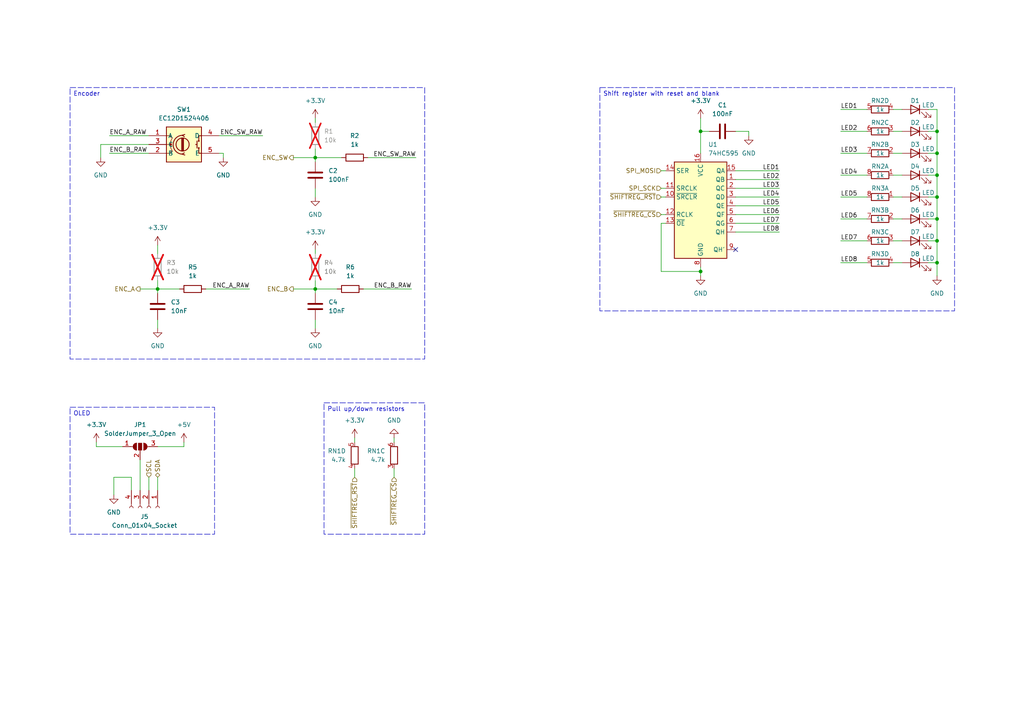
<source format=kicad_sch>
(kicad_sch (version 20231120) (generator "eeschema") (generator_version "8.0")
  (paper "A4")
  (title_block (title "HMI") (date "2024-06-17") (rev "V3.0") (company "HAN") (comment 1 "Authors: Thomas Ijseldijk, Hugo Arends & Emiel Visser"))
  (lib_symbols
    (symbol "74xx:74HC595"
      (property "Reference" "U" (at -7.62 13.97 0))
      (property "Value" "74HC595" (at -7.62 -16.51 0))
      (symbol "74HC595_1_0"
        (pin tri_state line (at 10.16 7.62 180) (length 2.54) (name "QB") (number "1"))
        (pin input line (at -10.16 2.54 0) (length 2.54) (name "~{SRCLR}") (number "10"))
        (pin input line (at -10.16 5.08 0) (length 2.54) (name "SRCLK") (number "11"))
        (pin input line (at -10.16 -2.54 0) (length 2.54) (name "RCLK") (number "12"))
        (pin input line (at -10.16 -5.08 0) (length 2.54) (name "~{OE}") (number "13"))
        (pin input line (at -10.16 10.16 0) (length 2.54) (name "SER") (number "14"))
        (pin tri_state line (at 10.16 10.16 180) (length 2.54) (name "QA") (number "15"))
        (pin power_in line (at 0 15.24 270) (length 2.54) (name "VCC") (number "16"))
        (pin tri_state line (at 10.16 5.08 180) (length 2.54) (name "QC") (number "2"))
        (pin tri_state line (at 10.16 2.54 180) (length 2.54) (name "QD") (number "3"))
        (pin tri_state line (at 10.16 0 180) (length 2.54) (name "QE") (number "4"))
        (pin tri_state line (at 10.16 -2.54 180) (length 2.54) (name "QF") (number "5"))
        (pin tri_state line (at 10.16 -5.08 180) (length 2.54) (name "QG") (number "6"))
        (pin tri_state line (at 10.16 -7.62 180) (length 2.54) (name "QH") (number "7"))
        (pin power_in line (at 0 -17.78 90) (length 2.54) (name "GND") (number "8"))
        (pin output line (at 10.16 -12.7 180) (length 2.54) (name "QH'") (number "9"))
      )
      (symbol "74HC595_1_1"
        (rectangle (start -7.62 12.7) (end 7.62 -15.24) (stroke (width 0.254)) (fill (type background)))
      )
    )
    (symbol "Connector:Conn_01x04_Socket" (pin_names (offset 1.016) hide)
      (property "Reference" "J" (at 0 5.08 0))
      (property "Value" "Conn_01x04_Socket" (at 0 -7.62 0))
      (symbol "Conn_01x04_Socket_1_1"
        (arc (start 0 -4.572) (mid -0.5058 -5.08) (end 0 -5.588) (stroke (width 0.1524)))
        (arc (start 0 -2.032) (mid -0.5058 -2.54) (end 0 -3.048) (stroke (width 0.1524)))
        (polyline (pts (xy -1.27 -5.08) (xy -0.508 -5.08)) (stroke (width 0.1524)))
        (polyline (pts (xy -1.27 -2.54) (xy -0.508 -2.54)) (stroke (width 0.1524)))
        (polyline (pts (xy -1.27 0) (xy -0.508 0)) (stroke (width 0.1524)))
        (polyline (pts (xy -1.27 2.54) (xy -0.508 2.54)) (stroke (width 0.1524)))
        (arc (start 0 0.508) (mid -0.5058 0) (end 0 -0.508) (stroke (width 0.1524)))
        (arc (start 0 3.048) (mid -0.5058 2.54) (end 0 2.032) (stroke (width 0.1524)))
        (pin passive line (at -5.08 2.54 0) (length 3.81) (name "Pin_1") (number "1"))
        (pin passive line (at -5.08 0 0) (length 3.81) (name "Pin_2") (number "2"))
        (pin passive line (at -5.08 -2.54 0) (length 3.81) (name "Pin_3") (number "3"))
        (pin passive line (at -5.08 -5.08 0) (length 3.81) (name "Pin_4") (number "4"))
      )
    )
    (symbol "Device:C" (pin_numbers hide) (pin_names (offset 0.254))
      (property "Reference" "C" (at 0.635 2.54 0))
      (property "Value" "C" (at 0.635 -2.54 0))
      (symbol "C_0_1"
        (polyline (pts (xy -2.032 -0.762) (xy 2.032 -0.762)) (stroke (width 0.508)))
        (polyline (pts (xy -2.032 0.762) (xy 2.032 0.762)) (stroke (width 0.508)))
      )
      (symbol "C_1_1"
        (pin passive line (at 0 3.81 270) (length 2.794) (name "~") (number "1"))
        (pin passive line (at 0 -3.81 90) (length 2.794) (name "~") (number "2"))
      )
    )
    (symbol "Device:LED" (pin_numbers hide) (pin_names (offset 1.016) hide)
      (property "Reference" "D" (at 0 2.54 0))
      (property "Value" "LED" (at 0 -2.54 0))
      (symbol "LED_0_1"
        (polyline (pts (xy -1.27 -1.27) (xy -1.27 1.27)) (stroke (width 0.254)))
        (polyline (pts (xy -1.27 0) (xy 1.27 0)))
        (polyline (pts (xy 1.27 -1.27) (xy 1.27 1.27) (xy -1.27 0) (xy 1.27 -1.27)) (stroke (width 0.254)))
        (polyline (pts (xy -3.048 -0.762) (xy -4.572 -2.286) (xy -3.81 -2.286) (xy -4.572 -2.286) (xy -4.572 -1.524)))
        (polyline (pts (xy -1.778 -0.762) (xy -3.302 -2.286) (xy -2.54 -2.286) (xy -3.302 -2.286) (xy -3.302 -1.524)))
      )
      (symbol "LED_1_1"
        (pin passive line (at -3.81 0 0) (length 2.54) (name "K") (number "1"))
        (pin passive line (at 3.81 0 180) (length 2.54) (name "A") (number "2"))
      )
    )
    (symbol "Device:R" (pin_numbers hide) (pin_names (offset 0))
      (property "Reference" "R" (at 2.032 0 90))
      (property "Value" "R" (at 0 0 90))
      (symbol "R_0_1"
        (rectangle (start -1.016 -2.54) (end 1.016 2.54) (stroke (width 0.254)))
      )
      (symbol "R_1_1"
        (pin passive line (at 0 3.81 270) (length 1.27) (name "~") (number "1"))
        (pin passive line (at 0 -3.81 90) (length 1.27) (name "~") (number "2"))
      )
    )
    (symbol "Device:R_Pack04_Split" (pin_names (offset 0) hide)
      (property "Reference" "RN" (at 2.032 0 90))
      (property "Value" "R_Pack04_Split" (at 0 0 90))
      (symbol "R_Pack04_Split_0_1"
        (rectangle (start 1.016 2.54) (end -1.016 -2.54) (stroke (width 0.254)))
      )
      (symbol "R_Pack04_Split_1_1"
        (pin passive line (at 0 -3.81 90) (length 1.27) (name "R1.1") (number "1"))
        (pin passive line (at 0 3.81 270) (length 1.27) (name "R1.2") (number "8"))
      )
      (symbol "R_Pack04_Split_2_1"
        (pin passive line (at 0 -3.81 90) (length 1.27) (name "R2.1") (number "2"))
        (pin passive line (at 0 3.81 270) (length 1.27) (name "R2.2") (number "7"))
      )
      (symbol "R_Pack04_Split_3_1"
        (pin passive line (at 0 -3.81 90) (length 1.27) (name "R3.1") (number "3"))
        (pin passive line (at 0 3.81 270) (length 1.27) (name "R3.2") (number "6"))
      )
      (symbol "R_Pack04_Split_4_1"
        (pin passive line (at 0 -3.81 90) (length 1.27) (name "R4.1") (number "4"))
        (pin passive line (at 0 3.81 270) (length 1.27) (name "R4.2") (number "5"))
      )
    )
    (symbol "Jumper:SolderJumper_3_Open" (pin_names (offset 0) hide)
      (property "Reference" "JP" (at -2.54 -2.54 0))
      (property "Value" "SolderJumper_3_Open" (at 0 2.794 0))
      (symbol "SolderJumper_3_Open_0_1"
        (arc (start -1.016 1.016) (mid -2.0276 0) (end -1.016 -1.016))
        (arc (start -1.016 1.016) (mid -2.0276 0) (end -1.016 -1.016) (fill (type outline)))
        (rectangle (start -0.508 1.016) (end 0.508 -1.016) (fill (type outline)))
        (polyline (pts (xy -2.54 0) (xy -2.032 0)))
        (polyline (pts (xy -1.016 1.016) (xy -1.016 -1.016)))
        (polyline (pts (xy 0 -1.27) (xy 0 -1.016)))
        (polyline (pts (xy 1.016 1.016) (xy 1.016 -1.016)))
        (polyline (pts (xy 2.54 0) (xy 2.032 0)))
        (arc (start 1.016 -1.016) (mid 2.0276 0) (end 1.016 1.016))
        (arc (start 1.016 -1.016) (mid 2.0276 0) (end 1.016 1.016) (fill (type outline)))
      )
      (symbol "SolderJumper_3_Open_1_1"
        (pin passive line (at -5.08 0 0) (length 2.54) (name "A") (number "1"))
        (pin passive line (at 0 -3.81 90) (length 2.54) (name "C") (number "2"))
        (pin passive line (at 5.08 0 180) (length 2.54) (name "B") (number "3"))
      )
    )
    (symbol "SamacSys:EC12D1564404"
      (property "Reference" "SW" (at 10.414 7.62 0))
      (property "Value" "EC12D1564404" (at 10.414 5.08 0))
      (symbol "EC12D1564404_0_1"
        (polyline (pts (xy 9.525 -4.318) (xy 9.525 -0.762)) (stroke (width 0.254)))
        (polyline (pts (xy 9.779 -4.318) (xy 9.779 -0.762)) (stroke (width 0.254)))
        (polyline (pts (xy 10.033 -0.762) (xy 10.033 -4.318)) (stroke (width 0.254)))
        (polyline (pts (xy 13.97 -2.54) (xy 13.589 -2.54)) (stroke (width 0.254)))
        (polyline (pts (xy 13.97 -1.524) (xy 13.97 -3.556)) (stroke (width 0.254)))
        (polyline (pts (xy 5.08 -5.08) (xy 6.35 -5.08) (xy 6.35 -4.572)))
        (polyline (pts (xy 5.08 0) (xy 6.35 0) (xy 6.35 -0.508)))
        (polyline (pts (xy 10.414 -5.588) (xy 9.652 -5.334) (xy 10.287 -4.953)) (stroke (width 0.254)))
        (polyline (pts (xy 10.414 0.381) (xy 9.652 0.127) (xy 10.287 -0.254)) (stroke (width 0.254)))
        (polyline (pts (xy 15.24 -5.08) (xy 14.478 -5.08) (xy 14.478 -3.556)) (stroke (width 0.254)))
        (polyline (pts (xy 15.24 0) (xy 14.478 0) (xy 14.478 -1.524)) (stroke (width 0.254)))
        (polyline (pts (xy 5.08 -2.54) (xy 6.35 -2.54) (xy 6.35 -3.556) (xy 6.858 -4.572)))
        (polyline (pts (xy 5.842 -2.54) (xy 6.35 -2.54) (xy 6.35 -1.524) (xy 6.858 -0.508)))
        (circle (center 6.35 -2.54) (radius 0.254) (fill (type outline)))
        (circle (center 9.779 -2.54) (radius 1.905) (stroke (width 0.254)))
        (arc (start 9.779 0.127) (mid 7.0612 -2.6035) (end 9.779 -5.334) (stroke (width 0.254)))
        (circle (center 14.478 -3.556) (radius 0.127) (stroke (width 0.254)))
        (circle (center 14.478 -1.524) (radius 0.127) (stroke (width 0.254)))
      )
      (symbol "EC12D1564404_1_1"
        (rectangle (start 5.08 2.54) (end 15.24 -7.62) (stroke (width 0.254)) (fill (type background)))
        (pin passive line (at 0 0 0) (length 5.08) (name "A") (number "1"))
        (pin passive line (at 0 -5.08 0) (length 5.08) (name "B") (number "2"))
        (pin passive line (at 0 -2.54 0) (length 5.08) (name "C") (number "3"))
        (pin passive line (at 20.32 0 180) (length 5.08) (name "D") (number "4"))
        (pin passive line (at 20.32 -5.08 180) (length 5.08) (name "E") (number "5"))
        (pin no_connect line (at 10.16 5.08 270) (length 2.54) hide (name "") (number "6"))
        (pin no_connect line (at 10.16 -10.16 90) (length 2.54) hide (name "") (number "7"))
      )
    )
    (symbol "power:+3.3V" (power) (pin_names (offset 0))
      (property "Value" "+3.3V" (at 0 3.556 0))
      (symbol "+3.3V_0_1"
        (polyline (pts (xy -0.762 1.27) (xy 0 2.54)))
        (polyline (pts (xy 0 0) (xy 0 2.54)))
        (polyline (pts (xy 0 2.54) (xy 0.762 1.27)))
      )
      (symbol "+3.3V_1_1"
        (pin power_in line (at 0 0 90) (length 0) hide (name "+3.3V") (number "1"))
      )
    )
    (symbol "power:+5V" (power) (pin_names (offset 0))
      (property "Value" "+5V" (at 0 3.556 0))
      (symbol "+5V_0_1"
        (polyline (pts (xy -0.762 1.27) (xy 0 2.54)))
        (polyline (pts (xy 0 0) (xy 0 2.54)))
        (polyline (pts (xy 0 2.54) (xy 0.762 1.27)))
      )
      (symbol "+5V_1_1"
        (pin power_in line (at 0 0 90) (length 0) hide (name "+5V") (number "1"))
      )
    )
    (symbol "power:GND" (power) (pin_names (offset 0))
      (property "Value" "GND" (at 0 -3.81 0))
      (symbol "GND_0_1"
        (polyline (pts (xy 0 0) (xy 0 -1.27) (xy 1.27 -1.27) (xy 0 -2.54) (xy -1.27 -1.27) (xy 0 -1.27)))
      )
      (symbol "GND_1_1"
        (pin power_in line (at 0 0 270) (length 0) hide (name "GND") (number "1"))
      )
    )
  )
  (junction (at 271.78 63.5))
  (junction (at 271.78 50.8))
  (junction (at 91.44 45.72))
  (junction (at 203.2 78.74))
  (junction (at 271.78 38.1))
  (junction (at 203.2 38.1))
  (junction (at 271.78 44.45))
  (junction (at 45.72 83.82))
  (junction (at 271.78 76.2))
  (junction (at 91.44 83.82))
  (junction (at 271.78 69.85))
  (junction (at 271.78 57.15))
  (no_connect (at 213.36 72.39))
  (wire (pts (xy 243.84 44.45) (xy 251.46 44.45)))
  (wire (pts (xy 259.08 76.2) (xy 261.62 76.2)))
  (wire (pts (xy 193.04 64.77) (xy 191.77 64.77)))
  (wire (pts (xy 191.77 57.15) (xy 193.04 57.15)))
  (wire (pts (xy 205.74 38.1) (xy 203.2 38.1)))
  (wire (pts (xy 243.84 50.8) (xy 251.46 50.8)))
  (wire (pts (xy 226.06 57.15) (xy 213.36 57.15)))
  (wire (pts (xy 259.08 63.5) (xy 261.62 63.5)))
  (wire (pts (xy 203.2 77.47) (xy 203.2 78.74)))
  (wire (pts (xy 269.24 76.2) (xy 271.78 76.2)))
  (wire (pts (xy 217.17 38.1) (xy 213.36 38.1)))
  (wire (pts (xy 72.39 83.82) (xy 59.69 83.82)))
  (wire (pts (xy 114.3 138.43) (xy 114.3 135.89)))
  (wire (pts (xy 243.84 31.75) (xy 251.46 31.75)))
  (wire (pts (xy 114.3 128.27) (xy 114.3 127)))
  (wire (pts (xy 269.24 38.1) (xy 271.78 38.1)))
  (wire (pts (xy 269.24 69.85) (xy 271.78 69.85)))
  (wire (pts (xy 271.78 63.5) (xy 271.78 69.85)))
  (wire (pts (xy 191.77 62.23) (xy 193.04 62.23)))
  (wire (pts (xy 259.08 69.85) (xy 261.62 69.85)))
  (wire (pts (xy 203.2 78.74) (xy 203.2 80.01)))
  (wire (pts (xy 91.44 72.39) (xy 91.44 73.66)))
  (wire (pts (xy 45.72 138.43) (xy 45.72 142.24)))
  (wire (pts (xy 269.24 57.15) (xy 271.78 57.15)))
  (wire (pts (xy 40.64 133.35) (xy 40.64 142.24)))
  (wire (pts (xy 91.44 45.72) (xy 91.44 46.99)))
  (wire (pts (xy 243.84 69.85) (xy 251.46 69.85)))
  (wire (pts (xy 271.78 57.15) (xy 271.78 50.8)))
  (wire (pts (xy 29.21 41.91) (xy 43.18 41.91)))
  (wire (pts (xy 243.84 57.15) (xy 251.46 57.15)))
  (wire (pts (xy 45.72 83.82) (xy 45.72 85.09)))
  (wire (pts (xy 226.06 49.53) (xy 213.36 49.53)))
  (wire (pts (xy 91.44 83.82) (xy 97.79 83.82)))
  (wire (pts (xy 52.07 83.82) (xy 45.72 83.82)))
  (wire (pts (xy 203.2 38.1) (xy 203.2 44.45)))
  (wire (pts (xy 226.06 62.23) (xy 213.36 62.23)))
  (wire (pts (xy 269.24 44.45) (xy 271.78 44.45)))
  (wire (pts (xy 45.72 71.12) (xy 45.72 73.66)))
  (wire (pts (xy 193.04 54.61) (xy 191.77 54.61)))
  (wire (pts (xy 271.78 69.85) (xy 271.78 76.2)))
  (wire (pts (xy 271.78 38.1) (xy 271.78 44.45)))
  (wire (pts (xy 85.09 83.82) (xy 91.44 83.82)))
  (wire (pts (xy 259.08 57.15) (xy 261.62 57.15)))
  (wire (pts (xy 259.08 44.45) (xy 261.62 44.45)))
  (wire (pts (xy 213.36 52.07) (xy 226.06 52.07)))
  (wire (pts (xy 45.72 81.28) (xy 45.72 83.82)))
  (wire (pts (xy 91.44 45.72) (xy 85.09 45.72)))
  (wire (pts (xy 243.84 38.1) (xy 251.46 38.1)))
  (wire (pts (xy 53.34 128.27) (xy 53.34 129.54)))
  (wire (pts (xy 33.02 138.43) (xy 38.1 138.43)))
  (wire (pts (xy 91.44 43.18) (xy 91.44 45.72)))
  (wire (pts (xy 91.44 57.15) (xy 91.44 54.61)))
  (wire (pts (xy 27.94 129.54) (xy 35.56 129.54)))
  (wire (pts (xy 226.06 64.77) (xy 213.36 64.77)))
  (wire (pts (xy 271.78 63.5) (xy 271.78 57.15)))
  (wire (pts (xy 91.44 81.28) (xy 91.44 83.82)))
  (wire (pts (xy 105.41 83.82) (xy 119.38 83.82)))
  (wire (pts (xy 91.44 95.25) (xy 91.44 92.71)))
  (wire (pts (xy 259.08 31.75) (xy 261.62 31.75)))
  (wire (pts (xy 259.08 50.8) (xy 261.62 50.8)))
  (wire (pts (xy 259.08 38.1) (xy 261.62 38.1)))
  (wire (pts (xy 33.02 143.51) (xy 33.02 138.43)))
  (wire (pts (xy 271.78 76.2) (xy 271.78 80.01)))
  (wire (pts (xy 269.24 63.5) (xy 271.78 63.5)))
  (wire (pts (xy 31.75 44.45) (xy 43.18 44.45)))
  (wire (pts (xy 102.87 135.89) (xy 102.87 138.43)))
  (wire (pts (xy 203.2 34.29) (xy 203.2 38.1)))
  (wire (pts (xy 31.75 39.37) (xy 43.18 39.37)))
  (wire (pts (xy 191.77 78.74) (xy 203.2 78.74)))
  (wire (pts (xy 38.1 138.43) (xy 38.1 142.24)))
  (wire (pts (xy 243.84 63.5) (xy 251.46 63.5)))
  (wire (pts (xy 102.87 127) (xy 102.87 128.27)))
  (wire (pts (xy 99.06 45.72) (xy 91.44 45.72)))
  (wire (pts (xy 106.68 45.72) (xy 120.65 45.72)))
  (wire (pts (xy 269.24 50.8) (xy 271.78 50.8)))
  (wire (pts (xy 213.36 67.31) (xy 226.06 67.31)))
  (wire (pts (xy 191.77 64.77) (xy 191.77 78.74)))
  (wire (pts (xy 191.77 49.53) (xy 193.04 49.53)))
  (wire (pts (xy 91.44 83.82) (xy 91.44 85.09)))
  (wire (pts (xy 226.06 54.61) (xy 213.36 54.61)))
  (wire (pts (xy 45.72 95.25) (xy 45.72 92.71)))
  (wire (pts (xy 91.44 34.29) (xy 91.44 35.56)))
  (wire (pts (xy 63.5 39.37) (xy 76.2 39.37)))
  (wire (pts (xy 43.18 138.43) (xy 43.18 142.24)))
  (wire (pts (xy 271.78 31.75) (xy 269.24 31.75)))
  (wire (pts (xy 271.78 50.8) (xy 271.78 44.45)))
  (wire (pts (xy 40.64 83.82) (xy 45.72 83.82)))
  (wire (pts (xy 64.77 44.45) (xy 63.5 44.45)))
  (wire (pts (xy 271.78 38.1) (xy 271.78 31.75)))
  (wire (pts (xy 64.77 45.72) (xy 64.77 44.45)))
  (wire (pts (xy 213.36 59.69) (xy 226.06 59.69)))
  (wire (pts (xy 243.84 76.2) (xy 251.46 76.2)))
  (wire (pts (xy 53.34 129.54) (xy 45.72 129.54)))
  (wire (pts (xy 27.94 128.27) (xy 27.94 129.54)))
  (wire (pts (xy 217.17 39.37) (xy 217.17 38.1)))
  (wire (pts (xy 29.21 45.72) (xy 29.21 41.91)))
  (text_box "Pull up/down resistors" (at 93.98 116.84 0) (size 29.21 38.1) (stroke (width 0) (type dash)) (effects (font (size 1.27 1.27)) (justify left top)))
  (text_box "OLED" (at 20.32 118.11 0) (size 41.91 36.83) (stroke (width 0) (type dash)) (effects (font (size 1.27 1.27)) (justify left top)))
  (text_box "Encoder" (at 20.32 25.4 0) (size 102.87 78.74) (stroke (width 0) (type dash)) (effects (font (size 1.27 1.27)) (justify left top)))
  (text_box "Shift register with reset and blank" (at 173.99 25.4 0) (size 102.87 64.77) (stroke (width 0) (type dash)) (effects (font (size 1.27 1.27)) (justify left top)))
  (label "LED2" (at 243.84 38.1 0))
  (label "LED6" (at 243.84 63.5 0))
  (label "LED5" (at 243.84 57.15 0))
  (label "LED1" (at 226.06 49.53 180))
  (label "ENC_B_RAW" (at 119.38 83.82 180))
  (label "LED3" (at 226.06 54.61 180))
  (label "ENC_SW_RAW" (at 120.65 45.72 180))
  (label "LED1" (at 243.84 31.75 0))
  (label "ENC_SW_RAW" (at 76.2 39.37 180))
  (label "LED2" (at 226.06 52.07 180))
  (label "LED6" (at 226.06 62.23 180))
  (label "LED3" (at 243.84 44.45 0))
  (label "ENC_A_RAW" (at 72.39 83.82 180))
  (label "LED4" (at 243.84 50.8 0))
  (label "LED7" (at 226.06 64.77 180))
  (label "LED8" (at 243.84 76.2 0))
  (label "ENC_B_RAW" (at 31.75 44.45 0))
  (label "LED5" (at 226.06 59.69 180))
  (label "ENC_A_RAW" (at 31.75 39.37 0))
  (label "LED8" (at 226.06 67.31 180))
  (label "LED4" (at 226.06 57.15 180))
  (label "LED7" (at 243.84 69.85 0))
  (hierarchical_label "~{SHIFTREG_RST}" (shape input) (at 191.77 57.15 180))
  (hierarchical_label "ENC_B" (shape output) (at 85.09 83.82 180))
  (hierarchical_label "~{SHIFTREG_CS}" (shape input) (at 114.3 138.43 270))
  (hierarchical_label "~{SHIFTREG_RST}" (shape input) (at 102.87 138.43 270))
  (hierarchical_label "SPI_MOSI" (shape input) (at 191.77 49.53 180))
  (hierarchical_label "ENC_SW" (shape output) (at 85.09 45.72 180))
  (hierarchical_label "SCL" (shape input) (at 43.18 138.43 90))
  (hierarchical_label "SDA" (shape bidirectional) (at 45.72 138.43 90))
  (hierarchical_label "SPI_SCK" (shape input) (at 191.77 54.61 180))
  (hierarchical_label "ENC_A" (shape output) (at 40.64 83.82 180))
  (hierarchical_label "~{SHIFTREG_CS}" (shape input) (at 191.77 62.23 180))
  (symbol (lib_id "Device:LED") (at 265.43 44.45 0) (mirror y) (unit 1)
    (property "Reference" "D3" (at 265.43 41.91 0))
    (property "Value" "LED" (at 269.24 43.18 0))
    (property "Footprint" "LED_SMD:LED_0805_2012Metric_Pad1.15x1.40mm_HandSolder" (effects (hide yes)))
    (property "Description" "Light emitting diode" (effects (hide yes)))
  )
  (symbol (lib_id "Device:R") (at 91.44 77.47 180) (unit 1) (dnp yes)
    (property "Reference" "R4" (at 93.98 76.1999 0) (effects (justify right)))
    (property "Value" "10k" (at 93.98 78.7399 0) (effects (justify right)))
    (property "Footprint" "Resistor_SMD:R_0805_2012Metric_Pad1.20x1.40mm_HandSolder" (effects (hide yes)))
    (property "GPN" "GPR060310K" (effects (hide yes)))
  )
  (symbol (lib_id "Device:R") (at 91.44 39.37 180) (unit 1) (dnp yes)
    (property "Reference" "R1" (at 93.98 38.0999 0) (effects (justify right)))
    (property "Value" "10k" (at 93.98 40.6399 0) (effects (justify right)))
    (property "Footprint" "Resistor_SMD:R_0805_2012Metric_Pad1.20x1.40mm_HandSolder" (effects (hide yes)))
    (property "GPN" "GPR060310K" (effects (hide yes)))
  )
  (symbol (lib_id "Device:R_Pack04_Split") (at 255.27 31.75 90) (mirror x) (unit 4)
    (property "Reference" "RN2" (at 255.27 29.21 90))
    (property "Value" "1k" (at 255.27 31.75 90))
    (property "Footprint" "Resistor_SMD:R_Array_Convex_4x1206" (effects (hide yes)))
    (property "Description" "4 resistor network, parallel topology, split" (effects (hide yes)))
  )
  (symbol (lib_id "SamacSys:EC12D1564404") (at 43.18 39.37 0) (unit 1)
    (property "Reference" "SW1" (at 53.34 31.75 0))
    (property "Value" "EC12D1524406" (at 53.34 34.29 0))
    (property "Footprint" "SamacSys:EC12D1564404" (effects (hide yes)))
    (property "Datasheet" "http://uk.rs-online.com/web/p/products/7295860" (effects (hide yes)))
    (property "Description" "17,5mm Vertical encoder 15 Pulses 30 DET Alps 15 Pulse Incremental Mechanical Rotary Encoder with a 5.975 mm Flat Shaft (Not Indexed), Through Hole" (effects (hide yes)))
    (property "Manufacturer_Name" "ALPS Electric" (effects (hide yes)))
    (property "Manufacturer_Part_Number" "EC12D1564404" (effects (hide yes)))
    (property "Mouser Part Number" "688-EC12D1564404" (effects (hide yes)))
    (property "Mouser Price/Stock" "https://www.mouser.co.uk/ProductDetail/ALPS/EC12D1564404?qs=YMSFtX0bdJAM7wHb6C5p3A%3D%3D" (effects (hide yes)))
    (property "Arrow Part Number" "EC12D1564404" (effects (hide yes)))
    (property "Arrow Price/Stock" "https://www.arrow.com/en/products/ec12d1564404/alps-electric" (effects (hide yes)))
  )
  (symbol (lib_id "Device:R_Pack04_Split") (at 255.27 50.8 90) (mirror x) (unit 1)
    (property "Reference" "RN2" (at 255.27 48.26 90))
    (property "Value" "1k" (at 255.27 50.8 90))
    (property "Footprint" "Resistor_SMD:R_Array_Convex_4x1206" (effects (hide yes)))
    (property "Description" "4 resistor network, parallel topology, split" (effects (hide yes)))
  )
  (symbol (lib_id "Device:C") (at 91.44 88.9 0) (unit 1)
    (property "Reference" "C4" (at 95.25 87.6299 0) (effects (justify left)))
    (property "Value" "10nF" (at 95.25 90.1699 0) (effects (justify left)))
    (property "Footprint" "Capacitor_SMD:C_0805_2012Metric_Pad1.18x1.45mm_HandSolder" (effects (hide yes)))
    (property "GPN" "GPC0603104" (effects (hide yes)))
  )
  (symbol (lib_id "power:+3.3V") (at 27.94 128.27 0) (unit 1)
    (property "Reference" "#PWR020" (effects (hide yes)))
    (property "Value" "+3.3V" (at 27.94 123.19 0))
  )
  (symbol (lib_id "Device:C") (at 209.55 38.1 90) (unit 1)
    (property "Reference" "C1" (at 209.55 30.48 90))
    (property "Value" "100nF" (at 209.55 33.02 90))
    (property "Footprint" "Capacitor_SMD:C_0805_2012Metric_Pad1.18x1.45mm_HandSolder" (effects (hide yes)))
    (property "GPN" "GPC0603104" (effects (hide yes)))
  )
  (symbol (lib_id "power:+5V") (at 53.34 128.27 0) (unit 1)
    (property "Reference" "#PWR021" (effects (hide yes)))
    (property "Value" "+5V" (at 53.34 123.19 0))
  )
  (symbol (lib_id "power:GND") (at 114.3 127 180) (unit 1)
    (property "Reference" "#PWR019" (effects (hide yes)))
    (property "Value" "GND" (at 114.3 121.92 0))
  )
  (symbol (lib_id "power:+3.3V") (at 203.2 34.29 0) (unit 1)
    (property "Reference" "#PWR07" (effects (hide yes)))
    (property "Value" "+3.3V" (at 203.2 29.21 0))
  )
  (symbol (lib_id "power:GND") (at 29.21 45.72 0) (unit 1)
    (property "Reference" "#PWR09" (effects (hide yes)))
    (property "Value" "GND" (at 29.21 50.8 0))
  )
  (symbol (lib_id "Device:LED") (at 265.43 76.2 0) (mirror y) (unit 1)
    (property "Reference" "D8" (at 265.43 73.66 0))
    (property "Value" "LED" (at 269.24 74.93 0))
    (property "Footprint" "LED_SMD:LED_0805_2012Metric_Pad1.15x1.40mm_HandSolder" (effects (hide yes)))
    (property "Description" "Light emitting diode" (effects (hide yes)))
  )
  (symbol (lib_id "Device:R") (at 102.87 45.72 270) (mirror x) (unit 1)
    (property "Reference" "R2" (at 102.87 39.37 90))
    (property "Value" "1k" (at 102.87 41.91 90))
    (property "Footprint" "Resistor_SMD:R_0805_2012Metric_Pad1.20x1.40mm_HandSolder" (effects (hide yes)))
    (property "GPN" "GPR06031K" (effects (hide yes)))
  )
  (symbol (lib_id "Device:C") (at 45.72 88.9 0) (unit 1)
    (property "Reference" "C3" (at 49.53 87.63 0) (effects (justify left)))
    (property "Value" "10nF" (at 49.53 90.17 0) (effects (justify left)))
    (property "Footprint" "Capacitor_SMD:C_0805_2012Metric_Pad1.18x1.45mm_HandSolder" (effects (hide yes)))
    (property "GPN" "GPC0603104" (effects (hide yes)))
  )
  (symbol (lib_id "Device:LED") (at 265.43 63.5 0) (mirror y) (unit 1)
    (property "Reference" "D6" (at 265.43 60.96 0))
    (property "Value" "LED" (at 269.24 62.23 0))
    (property "Footprint" "LED_SMD:LED_0805_2012Metric_Pad1.15x1.40mm_HandSolder" (effects (hide yes)))
    (property "Description" "Light emitting diode" (effects (hide yes)))
  )
  (symbol (lib_id "Device:LED") (at 265.43 57.15 0) (mirror y) (unit 1)
    (property "Reference" "D5" (at 265.43 54.61 0))
    (property "Value" "LED" (at 269.24 55.88 0))
    (property "Footprint" "LED_SMD:LED_0805_2012Metric_Pad1.15x1.40mm_HandSolder" (effects (hide yes)))
    (property "Description" "Light emitting diode" (effects (hide yes)))
  )
  (symbol (lib_id "Device:R_Pack04_Split") (at 255.27 63.5 90) (unit 2)
    (property "Reference" "RN3" (at 255.27 60.96 90))
    (property "Value" "1k" (at 255.27 63.5 90))
    (property "Footprint" "Resistor_SMD:R_Array_Convex_4x1206" (effects (hide yes)))
    (property "Description" "4 resistor network, parallel topology, split" (effects (hide yes)))
  )
  (symbol (lib_id "power:+3.3V") (at 45.72 71.12 0) (unit 1)
    (property "Reference" "#PWR012" (effects (hide yes)))
    (property "Value" "+3.3V" (at 45.72 66.04 0))
  )
  (symbol (lib_id "power:+3.3V") (at 102.87 127 0) (unit 1)
    (property "Reference" "#PWR018" (effects (hide yes)))
    (property "Value" "+3.3V" (at 102.87 121.92 0))
  )
  (symbol (lib_id "Device:LED") (at 265.43 50.8 0) (mirror y) (unit 1)
    (property "Reference" "D4" (at 265.43 48.26 0))
    (property "Value" "LED" (at 269.24 49.53 0))
    (property "Footprint" "LED_SMD:LED_0805_2012Metric_Pad1.15x1.40mm_HandSolder" (effects (hide yes)))
    (property "Description" "Light emitting diode" (effects (hide yes)))
  )
  (symbol (lib_id "Device:R_Pack04_Split") (at 255.27 44.45 90) (mirror x) (unit 2)
    (property "Reference" "RN2" (at 255.27 41.91 90))
    (property "Value" "1k" (at 255.27 44.45 90))
    (property "Footprint" "Resistor_SMD:R_Array_Convex_4x1206" (effects (hide yes)))
    (property "Description" "4 resistor network, parallel topology, split" (effects (hide yes)))
  )
  (symbol (lib_id "power:GND") (at 91.44 95.25 0) (unit 1)
    (property "Reference" "#PWR017" (effects (hide yes)))
    (property "Value" "GND" (at 91.44 100.33 0))
  )
  (symbol (lib_id "Device:LED") (at 265.43 69.85 0) (mirror y) (unit 1)
    (property "Reference" "D7" (at 265.43 67.31 0))
    (property "Value" "LED" (at 269.24 68.58 0))
    (property "Footprint" "LED_SMD:LED_0805_2012Metric_Pad1.15x1.40mm_HandSolder" (effects (hide yes)))
    (property "Description" "Light emitting diode" (effects (hide yes)))
  )
  (symbol (lib_id "power:GND") (at 271.78 80.01 0) (unit 1)
    (property "Reference" "#PWR015" (effects (hide yes)))
    (property "Value" "GND" (at 271.78 85.09 0))
  )
  (symbol (lib_id "power:GND") (at 64.77 45.72 0) (unit 1)
    (property "Reference" "#PWR010" (effects (hide yes)))
    (property "Value" "GND" (at 64.77 50.8 0))
  )
  (symbol (lib_id "Jumper:SolderJumper_3_Open") (at 40.64 129.54 0) (unit 1)
    (property "Reference" "JP1" (at 40.64 123.19 0))
    (property "Value" "SolderJumper_3_Open" (at 40.64 125.73 0))
    (property "Footprint" "Jumper:SolderJumper-3_P2.0mm_Open_TrianglePad1.0x1.5mm" (effects (hide yes)))
  )
  (symbol (lib_id "power:GND") (at 91.44 57.15 0) (unit 1)
    (property "Reference" "#PWR011" (effects (hide yes)))
    (property "Value" "GND" (at 91.44 62.23 0))
  )
  (symbol (lib_id "Device:R_Pack04_Split") (at 102.87 132.08 0) (mirror y) (unit 4)
    (property "Reference" "RN1" (at 100.33 130.8099 0) (effects (justify left)))
    (property "Value" "4.7k" (at 100.33 133.3499 0) (effects (justify left)))
    (property "Footprint" "Resistor_SMD:R_Array_Convex_4x1206" (effects (hide yes)))
    (property "Description" "4 resistor network, parallel topology, split" (effects (hide yes)))
  )
  (symbol (lib_id "power:GND") (at 33.02 143.51 0) (unit 1)
    (property "Reference" "#PWR022" (effects (hide yes)))
    (property "Value" "GND" (at 33.02 148.59 0))
  )
  (symbol (lib_id "Device:R_Pack04_Split") (at 255.27 69.85 90) (unit 3)
    (property "Reference" "RN3" (at 255.27 67.31 90))
    (property "Value" "1k" (at 255.27 69.85 90))
    (property "Footprint" "Resistor_SMD:R_Array_Convex_4x1206" (effects (hide yes)))
    (property "Description" "4 resistor network, parallel topology, split" (effects (hide yes)))
  )
  (symbol (lib_id "power:GND") (at 217.17 39.37 0) (unit 1)
    (property "Reference" "#PWR08" (effects (hide yes)))
    (property "Value" "GND" (at 217.17 44.45 0))
  )
  (symbol (lib_id "Device:R") (at 101.6 83.82 270) (mirror x) (unit 1)
    (property "Reference" "R6" (at 101.6 77.47 90))
    (property "Value" "1k" (at 101.6 80.01 90))
    (property "Footprint" "Resistor_SMD:R_0805_2012Metric_Pad1.20x1.40mm_HandSolder" (effects (hide yes)))
    (property "GPN" "GPR06031K" (effects (hide yes)))
  )
  (symbol (lib_id "power:GND") (at 45.72 95.25 0) (unit 1)
    (property "Reference" "#PWR016" (effects (hide yes)))
    (property "Value" "GND" (at 45.72 100.33 0))
  )
  (symbol (lib_id "power:GND") (at 203.2 80.01 0) (unit 1)
    (property "Reference" "#PWR014" (effects (hide yes)))
    (property "Value" "GND" (at 203.2 85.09 0))
  )
  (symbol (lib_id "power:+3.3V") (at 91.44 34.29 0) (unit 1)
    (property "Reference" "#PWR06" (effects (hide yes)))
    (property "Value" "+3.3V" (at 91.44 29.21 0))
  )
  (symbol (lib_id "Device:R_Pack04_Split") (at 114.3 132.08 0) (mirror y) (unit 3)
    (property "Reference" "RN1" (at 111.76 130.8099 0) (effects (justify left)))
    (property "Value" "4.7k" (at 111.76 133.3499 0) (effects (justify left)))
    (property "Footprint" "Resistor_SMD:R_Array_Convex_4x1206" (effects (hide yes)))
    (property "Description" "4 resistor network, parallel topology, split" (effects (hide yes)))
  )
  (symbol (lib_id "power:+3.3V") (at 91.44 72.39 0) (unit 1)
    (property "Reference" "#PWR013" (effects (hide yes)))
    (property "Value" "+3.3V" (at 91.44 67.31 0))
  )
  (symbol (lib_id "Device:R") (at 45.72 77.47 180) (unit 1) (dnp yes)
    (property "Reference" "R3" (at 48.26 76.1999 0) (effects (justify right)))
    (property "Value" "10k" (at 48.26 78.7399 0) (effects (justify right)))
    (property "Footprint" "Resistor_SMD:R_0805_2012Metric_Pad1.20x1.40mm_HandSolder" (effects (hide yes)))
    (property "GPN" "GPR060310K" (effects (hide yes)))
  )
  (symbol (lib_id "Device:C") (at 91.44 50.8 0) (unit 1)
    (property "Reference" "C2" (at 95.25 49.53 0) (effects (justify left)))
    (property "Value" "100nF" (at 95.25 52.07 0) (effects (justify left)))
    (property "Footprint" "Capacitor_SMD:C_0805_2012Metric_Pad1.18x1.45mm_HandSolder" (effects (hide yes)))
    (property "GPN" "GPC0603104" (effects (hide yes)))
  )
  (symbol (lib_id "Device:R") (at 55.88 83.82 270) (mirror x) (unit 1)
    (property "Reference" "R5" (at 55.88 77.47 90))
    (property "Value" "1k" (at 55.88 80.01 90))
    (property "Footprint" "Resistor_SMD:R_0805_2012Metric_Pad1.20x1.40mm_HandSolder" (effects (hide yes)))
    (property "GPN" "GPR06031K" (effects (hide yes)))
  )
  (symbol (lib_id "Device:R_Pack04_Split") (at 255.27 57.15 90) (unit 1)
    (property "Reference" "RN3" (at 255.27 54.61 90))
    (property "Value" "1k" (at 255.27 57.15 90))
    (property "Footprint" "Resistor_SMD:R_Array_Convex_4x1206" (effects (hide yes)))
    (property "Description" "4 resistor network, parallel topology, split" (effects (hide yes)))
  )
  (symbol (lib_id "Device:LED") (at 265.43 38.1 0) (mirror y) (unit 1)
    (property "Reference" "D2" (at 265.43 35.56 0))
    (property "Value" "LED" (at 269.24 36.83 0))
    (property "Footprint" "LED_SMD:LED_0805_2012Metric_Pad1.15x1.40mm_HandSolder" (effects (hide yes)))
    (property "Description" "Light emitting diode" (effects (hide yes)))
  )
  (symbol (lib_id "74xx:74HC595") (at 203.2 59.69 0) (unit 1)
    (property "Reference" "U1" (at 205.3941 41.91 0) (effects (justify left)))
    (property "Value" "74HC595" (at 205.3941 44.45 0) (effects (justify left)))
    (property "Footprint" "Package_SO:TSSOP-16_4.4x5mm_P0.65mm" (effects (hide yes)))
    (property "Datasheet" "http://www.ti.com/lit/ds/symlink/sn74hc595.pdf" (effects (hide yes)))
    (property "Description" "8-bit serial in/out Shift Register 3-State Outputs" (effects (hide yes)))
  )
  (symbol (lib_id "Connector:Conn_01x04_Socket") (at 43.18 147.32 270) (unit 1)
    (property "Reference" "J5" (at 41.91 149.86 90))
    (property "Value" "Conn_01x04_Socket" (at 41.91 152.4 90))
    (property "Footprint" "Connector_PinSocket_2.54mm:PinSocket_1x04_P2.54mm_Vertical" (effects (hide yes)))
    (property "GPN" "GPHA-1X04" (effects (hide yes)))
  )
  (symbol (lib_id "Device:R_Pack04_Split") (at 255.27 38.1 90) (mirror x) (unit 3)
    (property "Reference" "RN2" (at 255.27 35.56 90))
    (property "Value" "1k" (at 255.27 38.1 90))
    (property "Footprint" "Resistor_SMD:R_Array_Convex_4x1206" (effects (hide yes)))
    (property "Description" "4 resistor network, parallel topology, split" (effects (hide yes)))
  )
  (symbol (lib_id "Device:LED") (at 265.43 31.75 0) (mirror y) (unit 1)
    (property "Reference" "D1" (at 265.43 29.21 0))
    (property "Value" "LED" (at 269.24 30.48 0))
    (property "Footprint" "LED_SMD:LED_0805_2012Metric_Pad1.15x1.40mm_HandSolder" (effects (hide yes)))
    (property "Description" "Light emitting diode" (effects (hide yes)))
  )
  (symbol (lib_id "Device:R_Pack04_Split") (at 255.27 76.2 90) (unit 4)
    (property "Reference" "RN3" (at 255.27 73.66 90))
    (property "Value" "1k" (at 255.27 76.2 90))
    (property "Footprint" "Resistor_SMD:R_Array_Convex_4x1206" (effects (hide yes)))
    (property "Description" "4 resistor network, parallel topology, split" (effects (hide yes)))
  )
)
</source>
